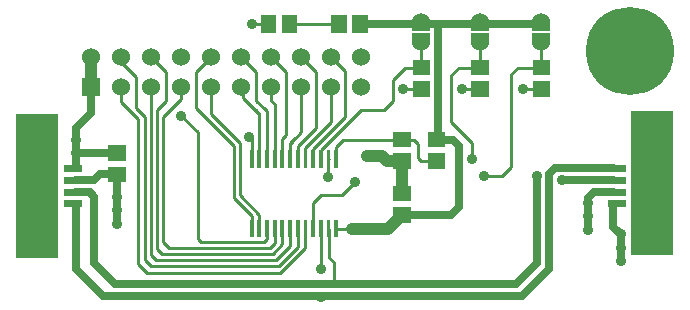
<source format=gbr>
G04 start of page 2 for group 0 idx 0 *
G04 Title: (unknown), component *
G04 Creator: pcb 20140316 *
G04 CreationDate: Sun 30 Dec 2018 07:12:51 PM GMT UTC *
G04 For: railfan *
G04 Format: Gerber/RS-274X *
G04 PCB-Dimensions (mil): 2220.00 1040.00 *
G04 PCB-Coordinate-Origin: lower left *
%MOIN*%
%FSLAX25Y25*%
%LNTOP*%
%ADD26C,0.0380*%
%ADD25C,0.1285*%
%ADD24C,0.0200*%
%ADD23C,0.0360*%
%ADD22R,0.0300X0.0300*%
%ADD21R,0.0472X0.0472*%
%ADD20R,0.0236X0.0236*%
%ADD19R,0.0120X0.0120*%
%ADD18R,0.0130X0.0130*%
%ADD17R,0.0512X0.0512*%
%ADD16C,0.0600*%
%ADD15C,0.2937*%
%ADD14C,0.0400*%
%ADD13C,0.0250*%
%ADD12C,0.0100*%
%ADD11C,0.0001*%
G54D11*G36*
X1500Y67000D02*X15500D01*
Y19000D01*
X1500D01*
Y67000D01*
G37*
G36*
X206500Y68000D02*X220500D01*
Y20000D01*
X206500D01*
Y68000D01*
G37*
G54D12*X111000Y81500D02*X106500Y86000D01*
X111000Y66000D02*Y81500D01*
X101500Y81000D02*X96500Y86000D01*
X108957Y97000D02*X92543D01*
X106500Y64500D02*Y76000D01*
X104000Y59000D02*X111000Y66000D01*
X101500Y62500D02*Y81000D01*
X96500Y61000D02*Y76500D01*
X91500Y60000D02*Y81000D01*
X101500Y62500D02*X95250Y56250D01*
X97838Y55838D02*X106500Y64500D01*
X108074Y52114D02*Y56074D01*
X110500Y58500D01*
X105451Y52049D02*Y46049D01*
X105500Y46000D01*
X102900Y52100D02*Y55100D01*
X93000Y57500D02*X96500Y61000D01*
X79000Y59500D02*Y59000D01*
X74000Y56500D02*X70000Y60500D01*
X94500Y59000D02*X92750Y57250D01*
X90162Y58662D02*X91500Y60000D01*
X79926Y58574D02*X79000Y59500D01*
X92750Y57250D02*Y52143D01*
X90162Y52114D02*Y58662D01*
X92750Y52143D02*X92721Y52114D01*
X95250Y56250D02*Y52143D01*
X97838Y52114D02*Y55838D01*
X100397Y52114D02*Y55397D01*
X166500Y74500D02*Y49500D01*
X102900Y55100D02*X116300Y68500D01*
X118400D01*
X95250Y52143D02*X95279Y52114D01*
X87603D02*Y70397D01*
X82485Y52114D02*Y67015D01*
X81250Y68250D01*
X79926Y52114D02*Y58574D01*
X85044Y52114D02*Y67956D01*
X84000Y24500D02*X63000D01*
X62000Y25500D01*
X89500Y14000D02*X45000D01*
X89000Y16500D02*X46500D01*
X88000Y18500D02*X48000D01*
X50000Y20500D02*X87000D01*
X52500Y22500D02*X86000D01*
X74000Y39000D02*Y56500D01*
X62000Y25500D02*Y61000D01*
X76000Y57500D02*Y40000D01*
X79926Y28886D02*Y33074D01*
X74000Y39000D01*
X82485Y28886D02*Y33515D01*
X76000Y40000D01*
X85044Y28886D02*Y25544D01*
X84000Y24500D01*
X87603Y28886D02*Y24103D01*
X86000Y22500D01*
X90162Y28886D02*Y23662D01*
X87000Y20500D01*
X92721Y28886D02*Y23221D01*
X88000Y18500D01*
X95279Y28886D02*Y22779D01*
X97838Y28886D02*Y22338D01*
X95279Y22779D02*X89000Y16500D01*
X97838Y22338D02*X89500Y14000D01*
X66500Y67000D02*X76000Y57500D01*
X62000Y61000D02*X56500Y66500D01*
X108074Y28886D02*X112886D01*
X102956D02*Y15544D01*
X105515Y28886D02*Y19485D01*
X107500Y17500D01*
X112886Y28886D02*X113500Y29500D01*
G54D13*X175000Y17500D02*Y46500D01*
X179000Y15500D02*Y47000D01*
G54D12*X166500Y49500D02*X163500Y46500D01*
X157500D01*
G54D13*X34500Y10500D02*X168000D01*
X175000Y17500D01*
X30500Y6500D02*X170000D01*
X179000Y15500D01*
G54D12*X102956Y15544D02*X103000Y15500D01*
X107500Y17500D02*Y10500D01*
X100397Y28886D02*Y37397D01*
X103000Y40000D01*
X109000D01*
X107000D02*X110000D01*
X114500Y44500D01*
G54D14*X26500Y86500D02*Y76000D01*
G54D12*X36500Y86000D02*Y84500D01*
X41500Y79500D01*
G54D13*X26500Y82000D02*Y81500D01*
G54D12*X41500Y69000D02*X44500Y66000D01*
X50500D02*X56500Y72000D01*
Y76500D01*
X46500Y86000D02*X51500Y81000D01*
Y71500D01*
X48500Y68500D01*
X36500Y76000D02*Y71000D01*
X42000Y65500D01*
X41500Y79500D02*Y69000D01*
G54D13*X26500Y67500D02*Y82000D01*
G54D12*X42000Y65500D02*Y17000D01*
X44500Y66000D02*Y18500D01*
X46500Y16500D01*
X42000Y17000D02*X45000Y14000D01*
X46500Y76000D02*Y20000D01*
X48000Y18500D01*
X48500Y68500D02*Y22000D01*
X50500Y24500D02*Y66000D01*
X52500Y22500D02*X50500Y24500D01*
X48500Y22000D02*X50000Y20500D01*
X91500Y81000D02*X86500Y86000D01*
X81500Y81000D02*X76500Y86000D01*
X82500Y67000D02*X77000Y72500D01*
Y76000D01*
X61500Y81000D02*X66500Y86000D01*
Y76000D02*Y67000D01*
X61500Y69000D02*Y81000D01*
X70500Y60000D02*X61500Y69000D01*
X85000Y68000D02*X81500Y71500D01*
Y81000D01*
X87603Y70397D02*X86500Y71500D01*
Y76000D01*
X85044Y67956D02*X84000Y69000D01*
X80000Y97000D02*X85457D01*
G54D13*X21500Y48906D02*Y62500D01*
Y44969D02*X27469D01*
X21500Y62500D02*X26500Y67500D01*
X35000Y54043D02*X21543D01*
X21500Y54000D01*
X27469Y44969D02*X29500Y47000D01*
X34957D01*
X35000Y46957D01*
Y32000D01*
Y30500D02*Y39500D01*
X27500Y17500D02*X34500Y10500D01*
X21500Y41031D02*X25969D01*
X27500Y39500D01*
Y17500D01*
X21500Y37094D02*Y15500D01*
X30500Y6500D01*
G54D12*X100397Y55397D02*X104250Y59250D01*
X105500Y52099D02*X105515Y52114D01*
X108000Y52040D02*X108074Y52114D01*
X136500Y91100D02*Y82543D01*
X127000Y78500D02*X131000Y82500D01*
X136500D01*
X127000Y78500D02*X128250Y79750D01*
X156000Y91100D02*Y82543D01*
X176500Y91100D02*Y82543D01*
X168543D01*
G54D13*X116500Y97000D02*X176500D01*
G54D12*X169043Y82543D02*X168543D01*
X151543D02*X156000D01*
X146500Y80000D02*X149000Y82500D01*
X154414D01*
X154457Y82543D01*
X150000Y75500D02*X156000D01*
X170500D02*X176500D01*
X166500Y80500D02*Y73500D01*
X168543Y82543D02*X166500Y80500D01*
Y79000D01*
X130500Y75500D02*X136500D01*
X116500Y68500D02*X124000D01*
X127000Y71500D01*
Y78500D01*
X130000Y58543D02*X133957D01*
G54D13*X142000Y97000D02*Y59043D01*
G54D12*X146500Y80000D02*Y64500D01*
X120000Y58500D02*X129957D01*
X110500D02*X124500D01*
G54D14*X113500Y28886D02*X125429D01*
X130000Y33457D01*
G54D12*X129957Y58500D02*X130000Y58543D01*
G54D14*Y40543D02*Y51457D01*
X125043D01*
X123500Y53000D01*
X118500D02*X123500D01*
G54D12*X133957Y58543D02*X135500Y57000D01*
Y52500D01*
X136500Y51500D01*
G54D13*X130043Y33500D02*X146500D01*
X149000Y36000D01*
Y56500D01*
X147000Y58500D01*
G54D12*X136500Y51500D02*X141457D01*
X141500Y51457D01*
G54D13*X142000Y59043D02*X141500Y58543D01*
X147000Y58500D02*X142000D01*
G54D12*X146500Y64500D02*X153500Y57500D01*
Y52000D01*
G54D13*X179000Y47000D02*X181000Y49000D01*
X200406D01*
X179000Y47000D02*X180750Y48750D01*
X203000Y18000D02*Y27000D01*
X200406Y49000D02*X200500Y48906D01*
Y41031D02*X194031D01*
X192000Y39000D01*
Y28500D01*
X200500Y37094D02*Y29500D01*
X200469Y45000D02*X200500Y44969D01*
Y29500D02*X203000Y27000D01*
X183500Y45000D02*X200469D01*
G54D15*X206000Y88000D03*
G54D11*G36*
X23500Y79000D02*Y73000D01*
X29500D01*
Y79000D01*
X23500D01*
G37*
G54D16*X36500Y76000D03*
X26500Y86000D03*
X36500D03*
X56500Y76000D03*
X66500D03*
X76500D03*
X46500D03*
Y86000D03*
X56500D03*
X66500D03*
X76500D03*
X86500D03*
X96500D03*
X106500D03*
X116500D03*
X86500Y76000D03*
X96500D03*
X106500D03*
X116500D03*
G54D17*X129607Y58543D02*X130393D01*
X129607Y51457D02*X130393D01*
X129607Y33457D02*X130393D01*
X129607Y40543D02*X130393D01*
X141107Y58543D02*X141893D01*
X141107Y51457D02*X141893D01*
G54D18*X108074Y54417D02*Y49811D01*
G54D19*Y52811D02*Y51417D01*
G54D18*X105515Y54417D02*Y49811D01*
G54D19*Y52811D02*Y51417D01*
G54D17*X34607Y46957D02*X35393D01*
X34607Y54043D02*X35393D01*
G54D20*X18430Y48906D02*X22170D01*
X18430Y44969D02*X22170D01*
X18430Y41031D02*X22170D01*
X18430Y37094D02*X22170D01*
G54D21*X3863Y54024D02*X6225D01*
X3863Y31976D02*X6225D01*
G54D18*X102956Y54417D02*Y49811D01*
G54D19*Y52811D02*Y51417D01*
G54D18*X100397Y54417D02*Y49811D01*
G54D19*Y52811D02*Y51417D01*
G54D18*X97838Y54417D02*Y49811D01*
G54D19*Y52811D02*Y51417D01*
G54D18*X95279Y54417D02*Y49811D01*
G54D19*Y52811D02*Y51417D01*
G54D18*X92721Y54417D02*Y49811D01*
G54D19*Y52811D02*Y51417D01*
G54D18*X90162Y54417D02*Y49811D01*
G54D19*Y52811D02*Y51417D01*
G54D18*X87603Y54417D02*Y49811D01*
G54D19*Y52811D02*Y51417D01*
G54D18*X85044Y54417D02*Y49811D01*
G54D19*Y52811D02*Y51417D01*
G54D18*X82485Y54417D02*Y49811D01*
G54D19*Y52811D02*Y51417D01*
G54D18*X79926Y54417D02*Y49811D01*
G54D19*Y52811D02*Y51417D01*
G54D18*Y31189D02*Y26583D01*
G54D19*Y29583D02*Y28189D01*
G54D18*X82485Y31189D02*Y26583D01*
G54D19*Y29583D02*Y28189D01*
G54D18*X85044Y31189D02*Y26583D01*
G54D19*Y29583D02*Y28189D01*
G54D18*X87603Y31189D02*Y26583D01*
G54D19*Y29583D02*Y28189D01*
G54D18*X90162Y31189D02*Y26583D01*
G54D19*Y29583D02*Y28189D01*
G54D18*X92721Y31189D02*Y26583D01*
G54D19*Y29583D02*Y28189D01*
G54D18*X95279Y31189D02*Y26583D01*
G54D19*Y29583D02*Y28189D01*
G54D18*X97838Y31189D02*Y26583D01*
G54D19*Y29583D02*Y28189D01*
G54D18*X100397Y31189D02*Y26583D01*
G54D19*Y29583D02*Y28189D01*
G54D18*X102956Y31189D02*Y26583D01*
G54D19*Y29583D02*Y28189D01*
G54D18*X105515Y31189D02*Y26583D01*
G54D19*Y29583D02*Y28189D01*
G54D18*X108074Y31189D02*Y26583D01*
G54D19*Y29583D02*Y28189D01*
G54D20*X199830Y37094D02*X203570D01*
G54D21*X215775Y31976D02*X218137D01*
G54D20*X199830Y41031D02*X203570D01*
X199830Y44969D02*X203570D01*
X199830Y48906D02*X203570D01*
G54D21*X215775Y54024D02*X218137D01*
G54D17*X116043Y97393D02*Y96607D01*
X108957Y97393D02*Y96607D01*
X85457Y97393D02*Y96607D01*
X92543Y97393D02*Y96607D01*
X136107Y75457D02*X136893D01*
X176107D02*X176893D01*
X136107Y82543D02*X136893D01*
X176107D02*X176893D01*
G54D16*X136500Y91100D03*
G54D22*X135000Y92600D02*X138000D01*
G54D16*X176500Y91100D03*
G54D22*X175000Y92600D02*X178000D01*
G54D16*X136500Y97900D03*
G54D22*X135000Y96400D02*X138000D01*
G54D16*X176500Y97900D03*
G54D22*X175000Y96400D02*X178000D01*
G54D16*X156000Y91100D03*
G54D22*X154500Y92600D02*X157500D01*
G54D16*X156000Y97900D03*
G54D22*X154500Y96400D02*X157500D01*
G54D17*X155607Y75457D02*X156393D01*
X155607Y82543D02*X156393D01*
G54D23*X56500Y66500D03*
X79000Y59500D03*
X80000Y97000D03*
X21500Y54000D03*
Y58500D03*
X35000Y39500D03*
Y35000D03*
Y30500D03*
X123500Y53000D03*
X118500D03*
X105500Y46000D03*
X114500Y44500D03*
X116000Y29000D03*
X121500D03*
X103000Y6000D03*
Y15500D03*
X130500Y75500D03*
X150000D03*
X170500D03*
X192000Y28500D03*
X203000Y18000D03*
Y22500D03*
Y27000D03*
X192000Y33000D03*
Y37500D03*
X183500Y45000D03*
X153500Y52000D03*
X175000Y46500D03*
X157500D03*
G54D24*G54D25*G54D26*M02*

</source>
